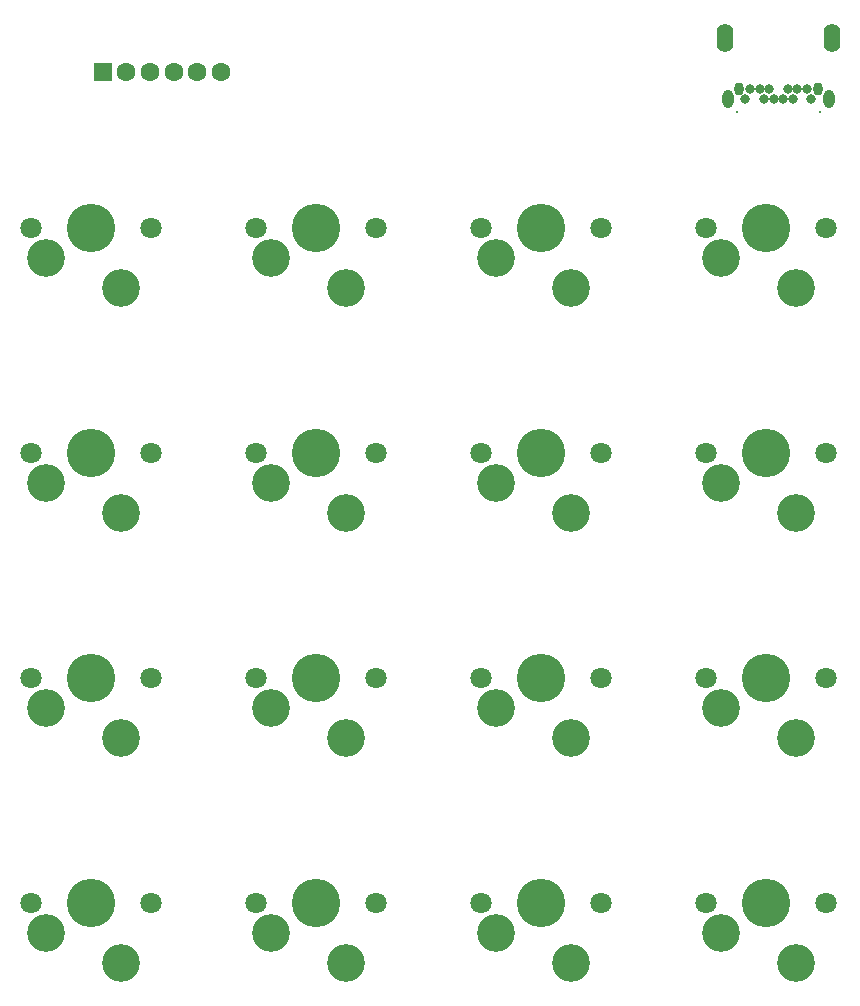
<source format=gbs>
G04*
G04 #@! TF.GenerationSoftware,Altium Limited,Altium Designer,20.2.5 (213)*
G04*
G04 Layer_Color=16711935*
%FSLAX25Y25*%
%MOIN*%
G70*
G04*
G04 #@! TF.SameCoordinates,1507EDD1-6C34-405B-B7BF-0C5FC60213AE*
G04*
G04*
G04 #@! TF.FilePolarity,Negative*
G04*
G01*
G75*
%ADD44C,0.12598*%
%ADD45C,0.16142*%
%ADD46C,0.07087*%
%ADD47C,0.03162*%
%ADD48O,0.05524X0.09461*%
%ADD49O,0.03162X0.04343*%
%ADD50O,0.03753X0.06115*%
%ADD51C,0.00800*%
%ADD52C,0.06312*%
%ADD53R,0.06312X0.06312*%
D44*
X24902Y102165D02*
D03*
X49902Y92165D02*
D03*
X124902D02*
D03*
X99902Y102165D02*
D03*
X-25098Y92165D02*
D03*
X-50098Y102165D02*
D03*
X-100098Y92165D02*
D03*
X-125098Y102165D02*
D03*
X124902Y17165D02*
D03*
X99902Y27165D02*
D03*
X49902Y17165D02*
D03*
X24902Y27165D02*
D03*
X-25098Y17165D02*
D03*
X-50098Y27165D02*
D03*
X-100098Y17165D02*
D03*
X-125098Y27165D02*
D03*
X124902Y-57835D02*
D03*
X99902Y-47835D02*
D03*
X49902Y-57835D02*
D03*
X24902Y-47835D02*
D03*
X-25098Y-57835D02*
D03*
X-50098Y-47835D02*
D03*
X-100098Y-57835D02*
D03*
X-125098Y-47835D02*
D03*
X124902Y-132835D02*
D03*
X99902Y-122835D02*
D03*
X49902Y-132835D02*
D03*
X24902Y-122835D02*
D03*
X-25098Y-132835D02*
D03*
X-50098Y-122835D02*
D03*
X-100098Y-132835D02*
D03*
X-125098Y-122835D02*
D03*
D45*
X39902Y112165D02*
D03*
X114902D02*
D03*
X-35098D02*
D03*
X-110098D02*
D03*
X114902Y37165D02*
D03*
X39902D02*
D03*
X-35098D02*
D03*
X-110098D02*
D03*
X114902Y-37835D02*
D03*
X39902D02*
D03*
X-35098D02*
D03*
X-110098D02*
D03*
X114902Y-112835D02*
D03*
X39902D02*
D03*
X-35098D02*
D03*
X-110098D02*
D03*
D46*
X59902Y112165D02*
D03*
X19902D02*
D03*
X94902D02*
D03*
X134902D02*
D03*
X-55098D02*
D03*
X-15098D02*
D03*
X-130098D02*
D03*
X-90098D02*
D03*
X94902Y37165D02*
D03*
X134902D02*
D03*
X19902D02*
D03*
X59902D02*
D03*
X-55098D02*
D03*
X-15098D02*
D03*
X-130098D02*
D03*
X-90098D02*
D03*
X94902Y-37835D02*
D03*
X134902D02*
D03*
X19902D02*
D03*
X59902D02*
D03*
X-55098D02*
D03*
X-15098D02*
D03*
X-130098D02*
D03*
X-90098D02*
D03*
X94902Y-112835D02*
D03*
X134902D02*
D03*
X19902D02*
D03*
X59902D02*
D03*
X-55098D02*
D03*
X-15098D02*
D03*
X-130098D02*
D03*
X-90098D02*
D03*
D47*
X125295Y158661D02*
D03*
X107973Y155118D02*
D03*
X114272D02*
D03*
X117421D02*
D03*
X120571D02*
D03*
X123721D02*
D03*
X130020D02*
D03*
X109547Y158661D02*
D03*
X112697D02*
D03*
X115847D02*
D03*
X122146D02*
D03*
X128445D02*
D03*
D48*
X136713Y175591D02*
D03*
X101279D02*
D03*
D49*
X132185Y158661D02*
D03*
X105807D02*
D03*
D50*
X102087Y155118D02*
D03*
X135906D02*
D03*
D51*
X132776Y150984D02*
D03*
X105217D02*
D03*
D52*
X-74705Y164370D02*
D03*
X-82579D02*
D03*
X-66831D02*
D03*
X-98327D02*
D03*
X-90453D02*
D03*
D53*
X-106201D02*
D03*
M02*

</source>
